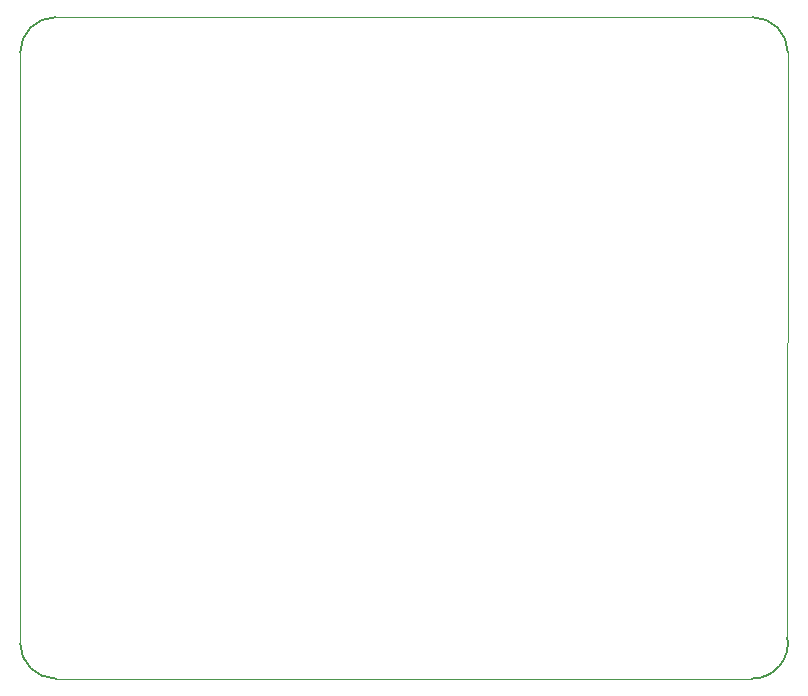
<source format=gbr>
G04 #@! TF.GenerationSoftware,KiCad,Pcbnew,5.1.10-88a1d61d58~88~ubuntu20.04.1*
G04 #@! TF.CreationDate,2021-09-15T20:12:52+01:00*
G04 #@! TF.ProjectId,ogsolar,6f67736f-6c61-4722-9e6b-696361645f70,1.5*
G04 #@! TF.SameCoordinates,Original*
G04 #@! TF.FileFunction,Profile,NP*
%FSLAX46Y46*%
G04 Gerber Fmt 4.6, Leading zero omitted, Abs format (unit mm)*
G04 Created by KiCad (PCBNEW 5.1.10-88a1d61d58~88~ubuntu20.04.1) date 2021-09-15 20:12:52*
%MOMM*%
%LPD*%
G01*
G04 APERTURE LIST*
G04 #@! TA.AperFunction,Profile*
%ADD10C,0.050000*%
G04 #@! TD*
G04 #@! TA.AperFunction,Profile*
%ADD11C,0.150000*%
G04 #@! TD*
G04 APERTURE END LIST*
D10*
X175000000Y-58000000D02*
X174958857Y-107504857D01*
X113000000Y-55000000D02*
X172000000Y-55000000D01*
X110000000Y-108000000D02*
X110000000Y-58000000D01*
X172000000Y-111000000D02*
X113000000Y-111000000D01*
D11*
X172000000Y-55000000D02*
G75*
G02*
X175000000Y-58000000I0J-3000000D01*
G01*
X110000000Y-58000000D02*
G75*
G02*
X113000000Y-55000000I3000000J0D01*
G01*
X113000000Y-111000000D02*
G75*
G02*
X110000000Y-108000000I0J3000000D01*
G01*
X174958857Y-107504857D02*
G75*
G02*
X172000000Y-111000000I-2958857J-495143D01*
G01*
M02*

</source>
